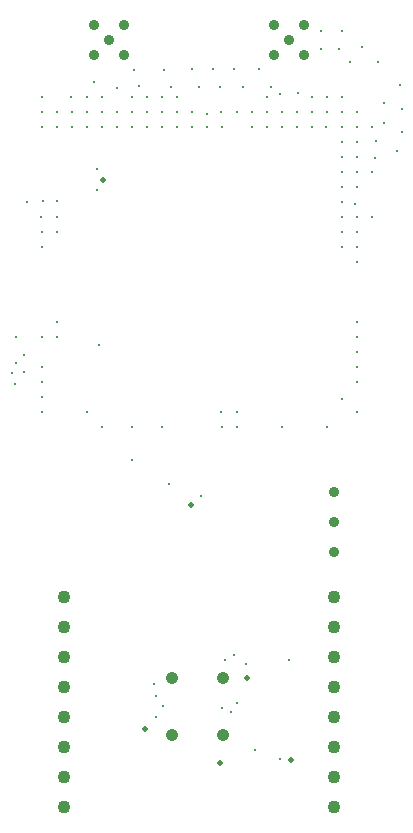
<source format=gbr>
%TF.GenerationSoftware,Altium Limited,Altium Designer,23.7.1 (13)*%
G04 Layer_Color=0*
%FSLAX45Y45*%
%MOMM*%
%TF.SameCoordinates,13906D11-38DA-49B6-AFB5-B3B90C62E25A*%
%TF.FilePolarity,Positive*%
%TF.FileFunction,Plated,1,4,PTH,Drill*%
%TF.Part,Single*%
G01*
G75*
%TA.AperFunction,ComponentDrill*%
%ADD55C,0.89000*%
%ADD57C,1.04000*%
%ADD58C,0.89000*%
%ADD59C,1.10000*%
%TA.AperFunction,ViaDrill,NotFilled*%
%ADD60C,0.20000*%
%ADD61C,0.30000*%
%ADD62C,0.50000*%
D55*
X10286000Y5080000D02*
D03*
Y5334000D02*
D03*
X10287000Y5588000D02*
D03*
D57*
X9346300Y3531900D02*
D03*
Y4011900D02*
D03*
X8916300D02*
D03*
Y3531900D02*
D03*
D58*
X8382000Y9410700D02*
D03*
X8255000Y9537700D02*
D03*
Y9283700D02*
D03*
X8509000D02*
D03*
Y9537700D02*
D03*
X9906000Y9410700D02*
D03*
X9779000Y9537700D02*
D03*
Y9283700D02*
D03*
X10033000D02*
D03*
Y9537700D02*
D03*
D59*
X10285999Y4699000D02*
D03*
Y4445000D02*
D03*
Y4191000D02*
D03*
Y3937000D02*
D03*
Y3683000D02*
D03*
Y3429000D02*
D03*
Y3175000D02*
D03*
Y2921000D02*
D03*
X7999999Y4699000D02*
D03*
Y4445000D02*
D03*
Y4191000D02*
D03*
Y3937000D02*
D03*
Y3683000D02*
D03*
Y3429000D02*
D03*
Y3175000D02*
D03*
Y2921000D02*
D03*
D60*
X8892540Y5651500D02*
D03*
X8577580Y5852160D02*
D03*
D61*
X9537700Y4127500D02*
D03*
X7586980Y6497320D02*
D03*
X7658100Y6604000D02*
D03*
X8280400Y8140700D02*
D03*
Y8318500D02*
D03*
X7594600Y6680200D02*
D03*
X7556500Y6593840D02*
D03*
X9410700Y3721100D02*
D03*
X9461500Y3797300D02*
D03*
X8763000Y3962400D02*
D03*
X8590280Y9161780D02*
D03*
X9359900Y4165600D02*
D03*
X9824720Y3322320D02*
D03*
X9161780Y5552440D02*
D03*
X8293100Y6832600D02*
D03*
X10633489Y8413403D02*
D03*
X7810500Y6261100D02*
D03*
X7818784Y8047384D02*
D03*
X7944784D02*
D03*
X8953500Y8928100D02*
D03*
X9334500Y8674100D02*
D03*
X9327650Y8801100D02*
D03*
X9213350Y8788400D02*
D03*
X10464300Y8026400D02*
D03*
X10353425Y6375400D02*
D03*
X9588500Y8674100D02*
D03*
X9461500Y8801100D02*
D03*
X9715500Y8928100D02*
D03*
X9829800Y8953500D02*
D03*
X8064500Y8801100D02*
D03*
X7937500D02*
D03*
Y7023100D02*
D03*
X9330497Y6258413D02*
D03*
X9461000Y6134100D02*
D03*
X10604500Y7912100D02*
D03*
X10637469Y8560756D02*
D03*
X9983156Y8961069D02*
D03*
X8249920Y9057640D02*
D03*
X9080500Y9169400D02*
D03*
X9258300D02*
D03*
X9436100D02*
D03*
X9652000D02*
D03*
X9753600Y9017000D02*
D03*
X9512300D02*
D03*
X9321800D02*
D03*
X9144000D02*
D03*
X8902700D02*
D03*
X8638540Y9019540D02*
D03*
X8448040Y9004300D02*
D03*
X8849360Y9161780D02*
D03*
X10706100Y8712200D02*
D03*
Y8877300D02*
D03*
X10419080Y9227820D02*
D03*
X10325100Y9334500D02*
D03*
X10172700D02*
D03*
Y9486900D02*
D03*
X10350500D02*
D03*
X10523220Y9354820D02*
D03*
X10655300Y9222740D02*
D03*
X10845800Y9029700D02*
D03*
X10858500Y8826500D02*
D03*
Y8636000D02*
D03*
X10820400Y8470900D02*
D03*
X9906000Y4165600D02*
D03*
X8839200Y3771900D02*
D03*
X7810500Y6388100D02*
D03*
Y6515100D02*
D03*
X7937500Y6896100D02*
D03*
X7810500Y6643100D02*
D03*
X7658100Y6744700D02*
D03*
X7810500Y6895600D02*
D03*
Y7658100D02*
D03*
X7937500Y7785600D02*
D03*
Y7912100D02*
D03*
X7810500Y7785100D02*
D03*
X7809500Y7912100D02*
D03*
X7683500Y8039600D02*
D03*
X7810500Y8674100D02*
D03*
X7810000Y8801100D02*
D03*
Y8928100D02*
D03*
X7937000Y8674100D02*
D03*
X8055867Y8933219D02*
D03*
X8064500Y8674100D02*
D03*
X8191500D02*
D03*
Y8801100D02*
D03*
Y8927600D02*
D03*
X8318500D02*
D03*
Y8800600D02*
D03*
Y8673600D02*
D03*
X8445500Y8674100D02*
D03*
Y8801350D02*
D03*
X8572500Y8928100D02*
D03*
Y8801100D02*
D03*
Y8674100D02*
D03*
X8699500D02*
D03*
Y8801100D02*
D03*
Y8927600D02*
D03*
X8826500Y8928100D02*
D03*
Y8801100D02*
D03*
Y8674100D02*
D03*
X9080500D02*
D03*
X8953500D02*
D03*
Y8800600D02*
D03*
X9080500Y8801100D02*
D03*
X9207500Y8674100D02*
D03*
X9588500Y8801100D02*
D03*
X9715500Y8674100D02*
D03*
Y8801100D02*
D03*
X9842500D02*
D03*
Y8674100D02*
D03*
X9969500Y8673850D02*
D03*
X9969000Y8801100D02*
D03*
X10096500Y8928100D02*
D03*
Y8801100D02*
D03*
Y8674100D02*
D03*
X10223000Y8801100D02*
D03*
X10223500Y8928100D02*
D03*
X10350500Y8801100D02*
D03*
Y8928100D02*
D03*
Y8674100D02*
D03*
X10219728Y8679365D02*
D03*
X10350500Y8547100D02*
D03*
X10477000Y8674100D02*
D03*
X10477500Y8801600D02*
D03*
X10604000Y8674100D02*
D03*
X10477000Y8547100D02*
D03*
X10350500Y8420100D02*
D03*
X10350000Y8293100D02*
D03*
X10477000Y8420100D02*
D03*
X10604000Y8293100D02*
D03*
X10477000D02*
D03*
X10350000Y8166100D02*
D03*
X10477500D02*
D03*
X10350000Y8039100D02*
D03*
X10350000Y7912100D02*
D03*
X10477500D02*
D03*
Y7785100D02*
D03*
X10350000D02*
D03*
Y7658100D02*
D03*
X10477500D02*
D03*
Y7531100D02*
D03*
X10477000Y7023100D02*
D03*
X10477000Y6896100D02*
D03*
Y6769100D02*
D03*
Y6642100D02*
D03*
Y6515100D02*
D03*
X10477500Y6261100D02*
D03*
X10223500Y6134100D02*
D03*
X9842500D02*
D03*
X8826500Y6134600D02*
D03*
X8191000Y6261100D02*
D03*
X8318500Y6134100D02*
D03*
X8572500D02*
D03*
X9461500Y6261100D02*
D03*
X9334500Y6134100D02*
D03*
X9436100Y4203700D02*
D03*
X7594600Y6896100D02*
D03*
X9617700Y3399800D02*
D03*
X8775700Y3860800D02*
D03*
Y3683000D02*
D03*
X9334500Y3759200D02*
D03*
D62*
X9923780Y3312160D02*
D03*
X9076700Y5473700D02*
D03*
X9321800Y3289300D02*
D03*
X8686800Y3581400D02*
D03*
X9550400Y4013200D02*
D03*
X8331200Y8229600D02*
D03*
%TF.MD5,bcb34c06a24d0e5638d8156b8159174c*%
M02*

</source>
